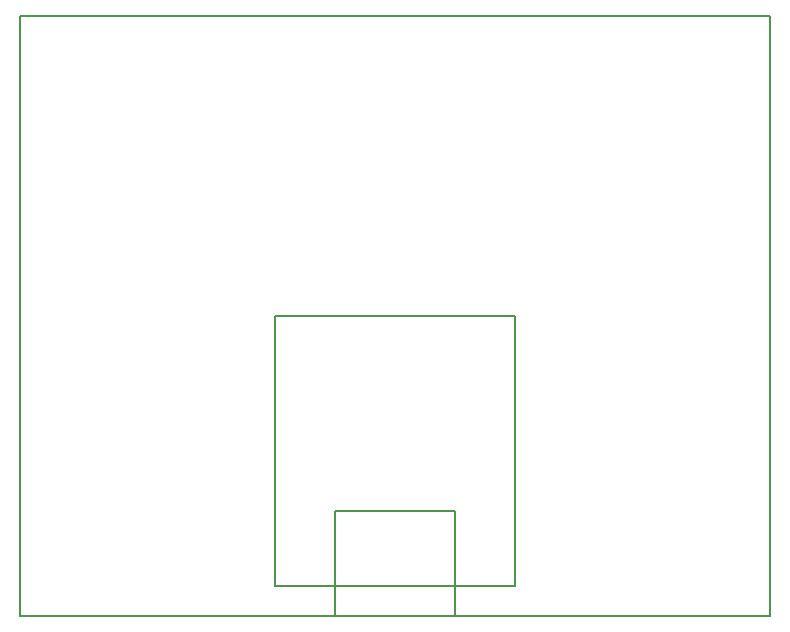
<source format=gbr>
%FSLAX34Y34*%
%MOMM*%
%LNOUTLINE*%
G71*
G01*
%ADD10C, 0.150*%
%ADD11C, 0.200*%
%LPD*%
G54D10*
X215900Y260350D02*
X419100Y260350D01*
X419100Y31750D01*
X215900Y31750D01*
X215900Y260350D01*
G54D10*
X266700Y95250D02*
X368300Y95250D01*
X368300Y6350D01*
X266700Y6350D01*
X266700Y95250D01*
G54D11*
X0Y514350D02*
X635000Y514350D01*
X635000Y6350D01*
X0Y6350D01*
X0Y514350D01*
M02*

</source>
